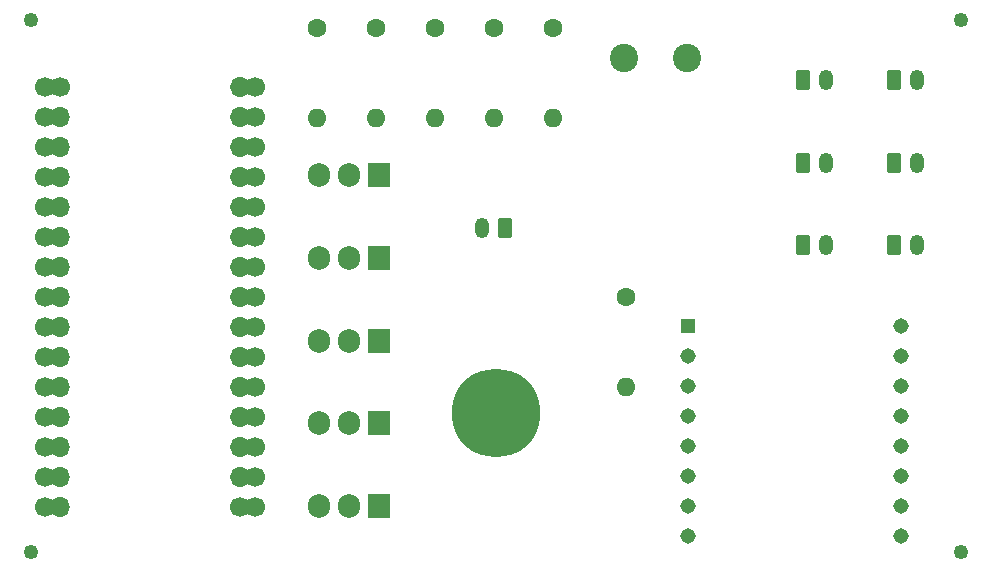
<source format=gbr>
%TF.GenerationSoftware,KiCad,Pcbnew,(6.0.6)*%
%TF.CreationDate,2022-06-23T13:36:09-07:00*%
%TF.ProjectId,KnightPCB,4b6e6967-6874-4504-9342-2e6b69636164,rev?*%
%TF.SameCoordinates,Original*%
%TF.FileFunction,Soldermask,Bot*%
%TF.FilePolarity,Negative*%
%FSLAX46Y46*%
G04 Gerber Fmt 4.6, Leading zero omitted, Abs format (unit mm)*
G04 Created by KiCad (PCBNEW (6.0.6)) date 2022-06-23 13:36:09*
%MOMM*%
%LPD*%
G01*
G04 APERTURE LIST*
G04 Aperture macros list*
%AMRoundRect*
0 Rectangle with rounded corners*
0 $1 Rounding radius*
0 $2 $3 $4 $5 $6 $7 $8 $9 X,Y pos of 4 corners*
0 Add a 4 corners polygon primitive as box body*
4,1,4,$2,$3,$4,$5,$6,$7,$8,$9,$2,$3,0*
0 Add four circle primitives for the rounded corners*
1,1,$1+$1,$2,$3*
1,1,$1+$1,$4,$5*
1,1,$1+$1,$6,$7*
1,1,$1+$1,$8,$9*
0 Add four rect primitives between the rounded corners*
20,1,$1+$1,$2,$3,$4,$5,0*
20,1,$1+$1,$4,$5,$6,$7,0*
20,1,$1+$1,$6,$7,$8,$9,0*
20,1,$1+$1,$8,$9,$2,$3,0*%
G04 Aperture macros list end*
%ADD10C,7.500000*%
%ADD11RoundRect,0.250000X-0.350000X-0.625000X0.350000X-0.625000X0.350000X0.625000X-0.350000X0.625000X0*%
%ADD12O,1.200000X1.750000*%
%ADD13C,1.600000*%
%ADD14O,1.600000X1.600000*%
%ADD15R,1.308000X1.308000*%
%ADD16C,1.308000*%
%ADD17R,1.905000X2.000000*%
%ADD18O,1.905000X2.000000*%
%ADD19C,1.250000*%
%ADD20C,2.400000*%
%ADD21C,1.700000*%
%ADD22O,1.700000X1.700000*%
%ADD23RoundRect,0.250000X0.350000X0.625000X-0.350000X0.625000X-0.350000X-0.625000X0.350000X-0.625000X0*%
G04 APERTURE END LIST*
D10*
%TO.C,H5*%
X96700000Y-69250000D03*
%TD*%
D11*
%TO.C,J6*%
X130400000Y-55050000D03*
D12*
X132400000Y-55050000D03*
%TD*%
D11*
%TO.C,J5*%
X122700000Y-41050000D03*
D12*
X124700000Y-41050000D03*
%TD*%
%TO.C,J4*%
X132400000Y-41050000D03*
D11*
X130400000Y-41050000D03*
%TD*%
%TO.C,J3*%
X122700000Y-48050000D03*
D12*
X124700000Y-48050000D03*
%TD*%
%TO.C,J2*%
X132400000Y-48050000D03*
D11*
X130400000Y-48050000D03*
%TD*%
%TO.C,J1*%
X122700000Y-55050000D03*
D12*
X124700000Y-55050000D03*
%TD*%
D13*
%TO.C,R10*%
X107750000Y-59380000D03*
D14*
X107750000Y-67000000D03*
%TD*%
D13*
%TO.C,R2*%
X96567500Y-36615000D03*
D14*
X96567500Y-44235000D03*
%TD*%
D15*
%TO.C,U1*%
X113015500Y-61910000D03*
D16*
X113015500Y-64450000D03*
X113015500Y-66990000D03*
X113015500Y-69530000D03*
X113015500Y-72070000D03*
X113015500Y-74610000D03*
X113015500Y-77150000D03*
X113015500Y-79690000D03*
X131049500Y-79690000D03*
X131049500Y-77150000D03*
X131049500Y-74610000D03*
X131049500Y-72070000D03*
X131049500Y-69530000D03*
X131049500Y-66990000D03*
X131049500Y-64450000D03*
X131049500Y-61910000D03*
%TD*%
D17*
%TO.C,Q1*%
X86800000Y-77105000D03*
D18*
X84260000Y-77105000D03*
X81720000Y-77105000D03*
%TD*%
D13*
%TO.C,R3*%
X91567500Y-36615000D03*
D14*
X91567500Y-44235000D03*
%TD*%
D13*
%TO.C,R4*%
X86567500Y-36615000D03*
D14*
X86567500Y-44235000D03*
%TD*%
D19*
%TO.C,H1*%
X57350000Y-36000000D03*
%TD*%
D13*
%TO.C,R5*%
X81567500Y-36615000D03*
D14*
X81567500Y-44235000D03*
%TD*%
D17*
%TO.C,Q5*%
X86800000Y-49105000D03*
D18*
X84260000Y-49105000D03*
X81720000Y-49105000D03*
%TD*%
D19*
%TO.C,H4*%
X136050000Y-81000000D03*
%TD*%
D17*
%TO.C,Q3*%
X86800000Y-63105000D03*
D18*
X84260000Y-63105000D03*
X81720000Y-63105000D03*
%TD*%
D13*
%TO.C,R1*%
X101567500Y-36615000D03*
D14*
X101567500Y-44235000D03*
%TD*%
D20*
%TO.C,SW1*%
X112850000Y-39200000D03*
X107550000Y-39200000D03*
%TD*%
D21*
%TO.C,A1*%
X76290000Y-77205000D03*
X75020000Y-77205000D03*
D22*
X75020000Y-74665000D03*
D21*
X76290000Y-74665000D03*
D22*
X75020000Y-72125000D03*
D21*
X76290000Y-72125000D03*
D22*
X75020000Y-69585000D03*
D21*
X76290000Y-69585000D03*
D22*
X75020000Y-67045000D03*
D21*
X76290000Y-67045000D03*
D22*
X75020000Y-64505000D03*
D21*
X76290000Y-64505000D03*
D22*
X75020000Y-61965000D03*
D21*
X76290000Y-61965000D03*
D22*
X75020000Y-59425000D03*
D21*
X76290000Y-59425000D03*
X76290000Y-56885000D03*
D22*
X75020000Y-56885000D03*
X75020000Y-54345000D03*
D21*
X76290000Y-54345000D03*
D22*
X75020000Y-51805000D03*
D21*
X76290000Y-51805000D03*
X76290000Y-49265000D03*
D22*
X75020000Y-49265000D03*
X75020000Y-46725000D03*
D21*
X76290000Y-46725000D03*
D22*
X75020000Y-44185000D03*
D21*
X76290000Y-44185000D03*
X76290000Y-41645000D03*
D22*
X75020000Y-41645000D03*
D21*
X58510000Y-41645000D03*
X59780000Y-41645000D03*
X58510000Y-44185000D03*
D22*
X59780000Y-44185000D03*
D21*
X58510000Y-46725000D03*
D22*
X59780000Y-46725000D03*
D21*
X58510000Y-49265000D03*
D22*
X59780000Y-49265000D03*
D21*
X58510000Y-51805000D03*
D22*
X59780000Y-51805000D03*
D21*
X58510000Y-54345000D03*
D22*
X59780000Y-54345000D03*
X59780000Y-56885000D03*
D21*
X58510000Y-56885000D03*
X58510000Y-59425000D03*
D22*
X59780000Y-59425000D03*
X59780000Y-61965000D03*
D21*
X58510000Y-61965000D03*
X58510000Y-64505000D03*
D22*
X59780000Y-64505000D03*
D21*
X58510000Y-67045000D03*
D22*
X59780000Y-67045000D03*
X59780000Y-69585000D03*
D21*
X58510000Y-69585000D03*
X58510000Y-72125000D03*
D22*
X59780000Y-72125000D03*
D21*
X58510000Y-74665000D03*
D22*
X59780000Y-74665000D03*
X59780000Y-77205000D03*
D21*
X58510000Y-77205000D03*
%TD*%
D17*
%TO.C,Q4*%
X86800000Y-56105000D03*
D18*
X84260000Y-56105000D03*
X81720000Y-56105000D03*
%TD*%
D19*
%TO.C,H2*%
X136050000Y-36000000D03*
%TD*%
D17*
%TO.C,Q2*%
X86800000Y-70105000D03*
D18*
X84260000Y-70105000D03*
X81720000Y-70105000D03*
%TD*%
D19*
%TO.C,H3*%
X57350000Y-81000000D03*
%TD*%
D23*
%TO.C,J0+12v1*%
X97500000Y-53600000D03*
D12*
X95500000Y-53600000D03*
%TD*%
M02*

</source>
